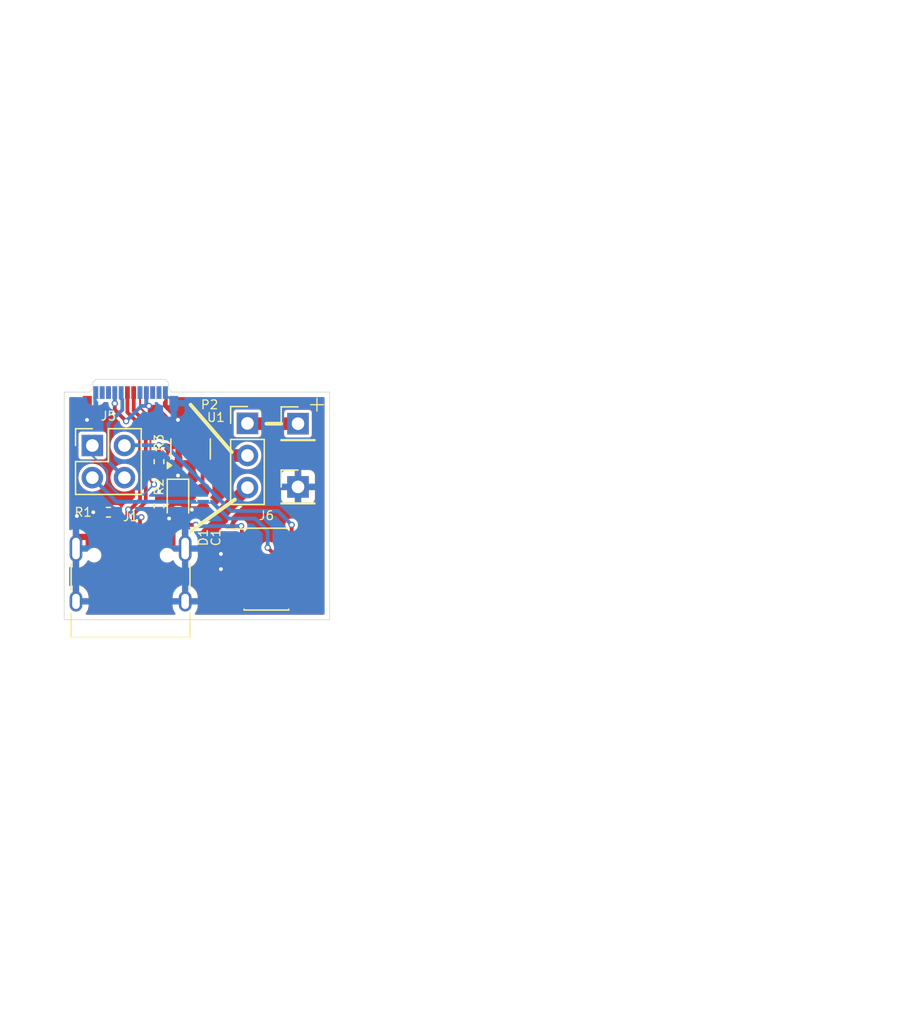
<source format=kicad_pcb>
(kicad_pcb (version 20240108) (generator "pcbnew") (generator_version "8.0")
  (title_block (title "Sitina 1 USBC Breakout") (date "2024-05-09") (rev "R0.9") (company "Copyright 2024 Wenting Zhang"))
  (layers (0 "F.Cu" signal) (31 "B.Cu" signal) (34 "B.Paste" user) (35 "F.Paste" user) (36 "B.SilkS" user "B.Silkscreen") (37 "F.SilkS" user "F.Silkscreen") (38 "B.Mask" user) (39 "F.Mask" user) (44 "Edge.Cuts" user))
  (net 0 "")
  (net 1 "+3V3")
  (net 2 "GND")
  (net 3 "Net-(D1-A)")
  (net 4 "/SRC_VBUS")
  (net 5 "/USB_DN")
  (net 6 "/USB_DP")
  (net 8 "Net-(J1-CC1)")
  (net 10 "Net-(J1-CC2)")
  (net 11 "/EXT_VBUS")
  (net 12 "/TGT_VBUS")
  (net 13 "/SRC_SBU1")
  (net 14 "/TGT_SBU2")
  (net 15 "/TGT_SBU1")
  (net 16 "/SRC_SBU2")
  (footprint "Connector_USB:USB_C_Plug_Molex_105444" (layer "F.Cu") (at 112.75 92)
    (property "Reference" "P2" (at 6.25 1 0) (layer "F.SilkS") (effects (font (size 0.7 0.7) (thickness 0.1))))
    (property "Value" "USB_C_Plug")
    (pad "A1" smd rect (at -2.75 0.04) (size 0.38 1) (layers "F.Cu" "F.Paste" "F.Mask") (net 2 "GND"))
    (pad "A2" smd rect (at -2.25 0.04) (size 0.38 1) (layers "F.Cu" "F.Paste" "F.Mask"))
    (pad "A3" smd rect (at -1.75 0.04) (size 0.38 1) (layers "F.Cu" "F.Paste" "F.Mask"))
    (pad "A4" smd rect (at -1.25 0.04) (size 0.38 1) (layers "F.Cu" "F.Paste" "F.Mask") (net 12 "/TGT_VBUS"))
    (pad "A5" smd rect (at -0.75 0.04) (size 0.38 1) (layers "F.Cu" "F.Paste" "F.Mask"))
    (pad "A6" smd rect (at -0.25 0.04) (size 0.38 1) (layers "F.Cu" "F.Paste" "F.Mask") (net 6 "/USB_DP"))
    (pad "A7" smd rect (at 0.25 0.04) (size 0.38 1) (layers "F.Cu" "F.Paste" "F.Mask") (net 5 "/USB_DN"))
    (pad "A8" smd rect (at 0.75 0.04) (size 0.38 1) (layers "F.Cu" "F.Paste" "F.Mask") (net 15 "/TGT_SBU1"))
    (pad "A9" smd rect (at 1.25 0.04) (size 0.38 1) (layers "F.Cu" "F.Paste" "F.Mask") (net 12 "/TGT_VBUS"))
    (pad "A10" smd rect (at 1.75 0.04) (size 0.38 1) (layers "F.Cu" "F.Paste" "F.Mask"))
    (pad "A11" smd rect (at 2.25 0.04) (size 0.38 1) (layers "F.Cu" "F.Paste" "F.Mask"))
    (pad "A12" smd rect (at 2.75 0.04) (size 0.38 1) (layers "F.Cu" "F.Paste" "F.Mask") (net 2 "GND"))
    (pad "B1" smd rect (at 2.75 0.04) (size 0.38 1) (layers "B.Cu" "B.Paste" "B.Mask") (net 2 "GND"))
    (pad "B2" smd rect (at 2.25 0.04) (size 0.38 1) (layers "B.Cu" "B.Paste" "B.Mask"))
    (pad "B3" smd rect (at 1.75 0.04) (size 0.38 1) (layers "B.Cu" "B.Paste" "B.Mask"))
    (pad "B4" smd rect (at 1.25 0.04) (size 0.38 1) (layers "B.Cu" "B.Paste" "B.Mask") (net 12 "/TGT_VBUS"))
    (pad "B5" smd rect (at 0.75 0.04) (size 0.38 1) (layers "B.Cu" "B.Paste" "B.Mask"))
    (pad "B8" smd rect (at -0.75 0.04) (size 0.38 1) (layers "B.Cu" "B.Paste" "B.Mask") (net 14 "/TGT_SBU2"))
    (pad "B9" smd rect (at -1.25 0.04) (size 0.38 1) (layers "B.Cu" "B.Paste" "B.Mask") (net 12 "/TGT_VBUS"))
    (pad "B10" smd rect (at -1.75 0.04) (size 0.38 1) (layers "B.Cu" "B.Paste" "B.Mask"))
    (pad "B11" smd rect (at -2.25 0.04) (size 0.38 1) (layers "B.Cu" "B.Paste" "B.Mask"))
    (pad "B12" smd rect (at -2.75 0.04) (size 0.38 1) (layers "B.Cu" "B.Paste" "B.Mask") (net 2 "GND"))
    (pad "S1" smd rect (at -3.42 0.88) (size 0.7 1.15) (layers "F.Cu" "F.Paste" "F.Mask") (net 2 "GND"))
    (pad "S1" smd rect (at 3.42 0.88) (size 0.7 1.15) (layers "B.Cu" "B.Paste" "B.Mask") (net 2 "GND"))
  )
  (footprint "Connector_PinHeader_1.27mm:PinHeader_2x05_P1.27mm_Vertical_SMD" (layer "F.Cu") (at 123.5 106)
    (property "Reference" "J6" (at 0 -4.235 0) (layer "F.SilkS") (effects (font (size 0.7 0.7) (thickness 0.1))))
    (property "Value" "Conn_02x05_Odd_Even")
    (fp_line (start -3.09 -3.17) (end -1.765 -3.17) (stroke (width 0.12)) (layer "F.SilkS"))
    (fp_line (start -1.765 -3.235) (end -1.765 -3.17) (stroke (width 0.12)) (layer "F.SilkS"))
    (fp_line (start -1.765 -3.235) (end 1.765 -3.235) (stroke (width 0.12)) (layer "F.SilkS"))
    (fp_line (start -1.765 3.17) (end -1.765 3.235) (stroke (width 0.12)) (layer "F.SilkS"))
    (fp_line (start -1.765 3.235) (end 1.765 3.235) (stroke (width 0.12)) (layer "F.SilkS"))
    (fp_line (start 1.765 -3.235) (end 1.765 -3.17) (stroke (width 0.12)) (layer "F.SilkS"))
    (fp_line (start 1.765 3.17) (end 1.765 3.235) (stroke (width 0.12)) (layer "F.SilkS"))
    (pad "1" smd rect (at -1.95 -2.54) (size 2.4 0.74) (layers "F.Cu" "F.Paste" "F.Mask") (net 3 "Net-(D1-A)"))
    (pad "2" smd rect (at 1.95 -2.54) (size 2.4 0.74) (layers "F.Cu" "F.Paste" "F.Mask") (net 13 "/SRC_SBU1"))
    (pad "3" smd rect (at -1.95 -1.27) (size 2.4 0.74) (layers "F.Cu" "F.Paste" "F.Mask") (net 2 "GND"))
    (pad "4" smd rect (at 1.95 -1.27) (size 2.4 0.74) (layers "F.Cu" "F.Paste" "F.Mask") (net 16 "/SRC_SBU2"))
    (pad "5" smd rect (at -1.95 0) (size 2.4 0.74) (layers "F.Cu" "F.Paste" "F.Mask") (net 2 "GND"))
    (pad "6" smd rect (at 1.95 0) (size 2.4 0.74) (layers "F.Cu" "F.Paste" "F.Mask"))
    (pad "7" smd rect (at -1.95 1.27) (size 2.4 0.74) (layers "F.Cu" "F.Paste" "F.Mask"))
    (pad "8" smd rect (at 1.95 1.27) (size 2.4 0.74) (layers "F.Cu" "F.Paste" "F.Mask"))
    (pad "9" smd rect (at -1.95 2.54) (size 2.4 0.74) (layers "F.Cu" "F.Paste" "F.Mask"))
    (pad "10" smd rect (at 1.95 2.54) (size 2.4 0.74) (layers "F.Cu" "F.Paste" "F.Mask"))
  )
  (footprint "Connector_PinHeader_2.54mm:PinHeader_1x01_P2.54mm_Vertical" (layer "F.Cu") (at 126 99.5)
    (property "Reference" "J3" (hide yes))
    (property "Value" "Conn_01x01")
    (fp_line (start -1.33 -1.33) (end 0 -1.33) (stroke (width 0.12)) (layer "F.SilkS"))
    (fp_line (start -1.33 0) (end -1.33 -1.33) (stroke (width 0.12)) (layer "F.SilkS"))
    (fp_line (start -1.33 1.27) (end -1.33 1.33) (stroke (width 0.12)) (layer "F.SilkS"))
    (fp_line (start -1.33 1.27) (end 1.33 1.27) (stroke (width 0.12)) (layer "F.SilkS"))
    (fp_line (start -1.33 1.33) (end 1.33 1.33) (stroke (width 0.12)) (layer "F.SilkS"))
    (fp_line (start 1.33 1.27) (end 1.33 1.33) (stroke (width 0.12)) (layer "F.SilkS"))
    (pad "1" thru_hole rect (at 0 0) (size 1.7 1.7) (drill 1) (layers "*.Cu" "*.Mask") (net 2 "GND"))
  )
  (footprint "Package_TO_SOT_SMD:SOT-23-3" (layer "F.Cu") (at 117.5 96.5 90)
    (property "Reference" "U1" (at 2.5 2 0) (layer "F.SilkS") (effects (font (size 0.7 0.7) (thickness 0.1))))
    (property "Value" "XC6206PxxxMR")
    (fp_line (start 0 -1.56) (end 0.8 -1.56) (stroke (width 0.12)) (layer "F.SilkS"))
    (fp_line (start 0 -1.56) (end -0.8 -1.56) (stroke (width 0.12)) (layer "F.SilkS"))
    (fp_line (start 0 1.56) (end 0.8 1.56) (stroke (width 0.12)) (layer "F.SilkS"))
    (fp_line (start 0 1.56) (end -0.8 1.56) (stroke (width 0.12)) (layer "F.SilkS"))
    (fp_poly (pts (xy -1.3 -1.51) (xy -1.54 -1.84) (xy -1.06 -1.84) (xy -1.3 -1.51)) (stroke (width 0.12)) (fill solid) (layer "F.SilkS"))
    (pad "1" smd roundrect (at -1.1375 -0.95 90) (size 1.325 0.6) (layers "F.Cu" "F.Paste" "F.Mask") (net 2 "GND"))
    (pad "2" smd roundrect (at -1.1375 0.95 90) (size 1.325 0.6) (layers "F.Cu" "F.Paste" "F.Mask") (net 1 "+3V3"))
    (pad "3" smd roundrect (at 1.1375 0 90) (size 1.325 0.6) (layers "F.Cu" "F.Paste" "F.Mask") (net 12 "/TGT_VBUS"))
  )
  (footprint "Connector_PinHeader_2.54mm:PinHeader_1x01_P2.54mm_Vertical" (layer "F.Cu") (at 126 94.5)
    (property "Reference" "J2" (hide yes))
    (property "Value" "Conn_01x01")
    (fp_line (start -1.33 -1.33) (end 0 -1.33) (stroke (width 0.12)) (layer "F.SilkS"))
    (fp_line (start -1.33 0) (end -1.33 -1.33) (stroke (width 0.12)) (layer "F.SilkS"))
    (fp_line (start -1.33 1.27) (end -1.33 1.33) (stroke (width 0.12)) (layer "F.SilkS"))
    (fp_line (start -1.33 1.27) (end 1.33 1.27) (stroke (width 0.12)) (layer "F.SilkS"))
    (fp_line (start -1.33 1.33) (end 1.33 1.33) (stroke (width 0.12)) (layer "F.SilkS"))
    (fp_line (start 1.33 1.27) (end 1.33 1.33) (stroke (width 0.12)) (layer "F.SilkS"))
    (pad "1" thru_hole rect (at 0 0) (size 1.7 1.7) (drill 1) (layers "*.Cu" "*.Mask") (net 11 "/EXT_VBUS"))
  )
  (footprint "Diode_SMD:D_SOD-323" (layer "F.Cu") (at 116.5 100.5 -90)
    (property "Reference" "D1" (at 3 -2 90) (layer "F.SilkS") (effects (font (size 0.7 0.7) (thickness 0.1))))
    (property "Value" "B0540W")
    (fp_line (start -1.61 0.85) (end 1.05 0.85) (stroke (width 0.12)) (layer "F.SilkS"))
    (fp_line (start -1.61 -0.85) (end -1.61 0.85) (stroke (width 0.12)) (layer "F.SilkS"))
    (fp_line (start -1.61 -0.85) (end 1.05 -0.85) (stroke (width 0.12)) (layer "F.SilkS"))
    (pad "1" smd roundrect (at -1.05 0 270) (size 0.6 0.45) (layers "F.Cu" "F.Paste" "F.Mask") (net 1 "+3V3"))
    (pad "2" smd roundrect (at 1.05 0 270) (size 0.6 0.45) (layers "F.Cu" "F.Paste" "F.Mask") (net 3 "Net-(D1-A)"))
  )
  (footprint "Connector_USB:USB_C_Receptacle_HRO_TYPE-C-31-M-12" (layer "F.Cu") (at 112.75 107.5)
    (property "Reference" "J1" (at 0 -5.645 0) (layer "F.SilkS") (effects (font (size 0.7 0.7) (thickness 0.1))))
    (property "Value" "USB_C_Receptacle_USB2.0")
    (fp_line (start -4.7 -1.9) (end -4.7 0.1) (stroke (width 0.12)) (layer "F.SilkS"))
    (fp_line (start -4.7 2) (end -4.7 3.9) (stroke (width 0.12)) (layer "F.SilkS"))
    (fp_line (start -4.7 3.9) (end 4.7 3.9) (stroke (width 0.12)) (layer "F.SilkS"))
    (fp_line (start 4.7 -1.9) (end 4.7 0.1) (stroke (width 0.12)) (layer "F.SilkS"))
    (fp_line (start 4.7 2) (end 4.7 3.9) (stroke (width 0.12)) (layer "F.SilkS"))
    (pad "" np_thru_hole circle (at -2.89 -2.6) (size 0.65 0.65) (drill 0.65) (layers "*.Cu" "*.Mask"))
    (pad "" np_thru_hole circle (at 2.89 -2.6) (size 0.65 0.65) (drill 0.65) (layers "*.Cu" "*.Mask"))
    (pad "A1" smd rect (at -3.25 -4.045) (size 0.6 1.45) (layers "F.Cu" "F.Paste" "F.Mask") (net 2 "GND"))
    (pad "A4" smd rect (at -2.45 -4.045) (size 0.6 1.45) (layers "F.Cu" "F.Paste" "F.Mask") (net 4 "/SRC_VBUS"))
    (pad "A5" smd rect (at -1.25 -4.045) (size 0.3 1.45) (layers "F.Cu" "F.Paste" "F.Mask") (net 8 "Net-(J1-CC1)"))
    (pad "A6" smd rect (at -0.25 -4.045) (size 0.3 1.45) (layers "F.Cu" "F.Paste" "F.Mask") (net 6 "/USB_DP"))
    (pad "A7" smd rect (at 0.25 -4.045) (size 0.3 1.45) (layers "F.Cu" "F.Paste" "F.Mask") (net 5 "/USB_DN"))
    (pad "A8" smd rect (at 1.25 -4.045) (size 0.3 1.45) (layers "F.Cu" "F.Paste" "F.Mask"))
    (pad "A9" smd rect (at 2.45 -4.045) (size 0.6 1.45) (layers "F.Cu" "F.Paste" "F.Mask") (net 4 "/SRC_VBUS"))
    (pad "A12" smd rect (at 3.25 -4.045) (size 0.6 1.45) (layers "F.Cu" "F.Paste" "F.Mask") (net 2 "GND"))
    (pad "B1" smd rect (at 3.25 -4.045) (size 0.6 1.45) (layers "F.Cu" "F.Paste" "F.Mask") (net 2 "GND"))
    (pad "B4" smd rect (at 2.45 -4.045) (size 0.6 1.45) (layers "F.Cu" "F.Paste" "F.Mask") (net 4 "/SRC_VBUS"))
    (pad "B5" smd rect (at 1.75 -4.045) (size 0.3 1.45) (layers "F.Cu" "F.Paste" "F.Mask") (net 10 "Net-(J1-CC2)"))
    (pad "B6" smd rect (at 0.75 -4.045) (size 0.3 1.45) (layers "F.Cu" "F.Paste" "F.Mask") (net 6 "/USB_DP"))
    (pad "B7" smd rect (at -0.75 -4.045) (size 0.3 1.45) (layers "F.Cu" "F.Paste" "F.Mask") (net 5 "/USB_DN"))
    (pad "B8" smd rect (at -1.75 -4.045) (size 0.3 1.45) (layers "F.Cu" "F.Paste" "F.Mask"))
    (pad "B9" smd rect (at -2.45 -4.045) (size 0.6 1.45) (layers "F.Cu" "F.Paste" "F.Mask") (net 4 "/SRC_VBUS"))
    (pad "B12" smd rect (at -3.25 -4.045) (size 0.6 1.45) (layers "F.Cu" "F.Paste" "F.Mask") (net 2 "GND"))
    (pad "S1" thru_hole oval (at -4.32 -3.13) (size 1 2.1) (drill oval 0.6 1.7) (layers "*.Cu" "*.Mask") (net 2 "GND"))
    (pad "S1" thru_hole oval (at -4.32 1.05) (size 1 1.6) (drill oval 0.6 1.2) (layers "*.Cu" "*.Mask") (net 2 "GND"))
    (pad "S1" thru_hole oval (at 4.32 -3.13) (size 1 2.1) (drill oval 0.6 1.7) (layers "*.Cu" "*.Mask") (net 2 "GND"))
    (pad "S1" thru_hole oval (at 4.32 1.05) (size 1 1.6) (drill oval 0.6 1.2) (layers "*.Cu" "*.Mask") (net 2 "GND"))
  )
  (footprint "Resistor_SMD:R_0402_1005Metric" (layer "F.Cu") (at 115 97.5 90)
    (property "Reference" "R3" (at 1.5 0 90) (layer "F.SilkS") (effects (font (size 0.7 0.7) (thickness 0.1))))
    (property "Value" "10K")
    (fp_line (start -0.153641 -0.38) (end 0.153641 -0.38) (stroke (width 0.12)) (layer "F.SilkS"))
    (fp_line (start -0.153641 0.38) (end 0.153641 0.38) (stroke (width 0.12)) (layer "F.SilkS"))
    (pad "1" smd roundrect (at -0.51 0 90) (size 0.54 0.64) (layers "F.Cu" "F.Paste" "F.Mask") (net 1 "+3V3"))
    (pad "2" smd roundrect (at 0.51 0 90) (size 0.54 0.64) (layers "F.Cu" "F.Paste" "F.Mask") (net 13 "/SRC_SBU1"))
  )
  (footprint "Resistor_SMD:R_0402_1005Metric" (layer "F.Cu") (at 115 101 -90)
    (property "Reference" "R2" (at -1.5 0 90) (layer "F.SilkS") (effects (font (size 0.7 0.7) (thickness 0.1))))
    (property "Value" "5.1K")
    (fp_line (start -0.153641 0.38) (end 0.153641 0.38) (stroke (width 0.12)) (layer "F.SilkS"))
    (fp_line (start -0.153641 -0.38) (end 0.153641 -0.38) (stroke (width 0.12)) (layer "F.SilkS"))
    (pad "1" smd roundrect (at -0.51 0 270) (size 0.54 0.64) (layers "F.Cu" "F.Paste" "F.Mask") (net 2 "GND"))
    (pad "2" smd roundrect (at 0.51 0 270) (size 0.54 0.64) (layers "F.Cu" "F.Paste" "F.Mask") (net 10 "Net-(J1-CC2)"))
  )
  (footprint "Resistor_SMD:R_0402_1005Metric" (layer "F.Cu") (at 111 101.5)
    (property "Reference" "R1" (at -2 0 0) (layer "F.SilkS") (effects (font (size 0.7 0.7) (thickness 0.1))))
    (property "Value" "5.1K")
    (fp_line (start -0.153641 -0.38) (end 0.153641 -0.38) (stroke (width 0.12)) (layer "F.SilkS"))
    (fp_line (start -0.153641 0.38) (end 0.153641 0.38) (stroke (width 0.12)) (layer "F.SilkS"))
    (pad "1" smd roundrect (at -0.51 0) (size 0.54 0.64) (layers "F.Cu" "F.Paste" "F.Mask") (net 2 "GND"))
    (pad "2" smd roundrect (at 0.51 0) (size 0.54 0.64) (layers "F.Cu" "F.Paste" "F.Mask") (net 8 "Net-(J1-CC1)"))
  )
  (footprint "Connector_PinHeader_2.54mm:PinHeader_1x03_P2.54mm_Vertical" (layer "F.Cu") (at 122 94.475)
    (property "Reference" "J4" (hide yes))
    (property "Value" "Conn_01x03")
    (fp_line (start -1.33 -1.33) (end 0 -1.33) (stroke (width 0.12)) (layer "F.SilkS"))
    (fp_line (start -1.33 0) (end -1.33 -1.33) (stroke (width 0.12)) (layer "F.SilkS"))
    (fp_line (start -1.33 1.27) (end -1.33 6.41) (stroke (width 0.12)) (layer "F.SilkS"))
    (fp_line (start -1.33 1.27) (end 1.33 1.27) (stroke (width 0.12)) (layer "F.SilkS"))
    (fp_line (start -1.33 6.41) (end 1.33 6.41) (stroke (width 0.12)) (layer "F.SilkS"))
    (fp_line (start 1.33 1.27) (end 1.33 6.41) (stroke (width 0.12)) (layer "F.SilkS"))
    (pad "1" thru_hole rect (at 0 0) (size 1.7 1.7) (drill 1) (layers "*.Cu" "*.Mask") (net 11 "/EXT_VBUS"))
    (pad "2" thru_hole oval (at 0 2.54) (size 1.7 1.7) (drill 1) (layers "*.Cu" "*.Mask") (net 12 "/TGT_VBUS"))
    (pad "3" thru_hole oval (at 0 5.08) (size 1.7 1.7) (drill 1) (layers "*.Cu" "*.Mask") (net 4 "/SRC_VBUS"))
  )
  (footprint "Capacitor_SMD:C_0603_1608Metric" (layer "F.Cu") (at 118.5 100.5 -90)
    (property "Reference" "C1" (at 3 -1 90) (layer "F.SilkS") (effects (font (size 0.7 0.7) (thickness 0.1))))
    (property "Value" "1uF")
    (fp_line (start -0.14058 0.51) (end 0.14058 0.51) (stroke (width 0.12)) (layer "F.SilkS"))
    (fp_line (start -0.14058 -0.51) (end 0.14058 -0.51) (stroke (width 0.12)) (layer "F.SilkS"))
    (pad "1" smd roundrect (at -0.775 0 270) (size 0.9 0.95) (layers "F.Cu" "F.Paste" "F.Mask") (net 1 "+3V3"))
    (pad "2" smd roundrect (at 0.775 0 270) (size 0.9 0.95) (layers "F.Cu" "F.Paste" "F.Mask") (net 2 "GND"))
  )
  (footprint "Connector_PinHeader_2.54mm:PinHeader_2x02_P2.54mm_Vertical" (layer "F.Cu") (at 109.725 96.225)
    (property "Reference" "J5" (at 1.27 -2.33 0) (layer "F.SilkS") (effects (font (size 0.7 0.7) (thickness 0.1))))
    (property "Value" "Conn_02x02_Odd_Even")
    (fp_line (start -1.33 -1.33) (end 0 -1.33) (stroke (width 0.12)) (layer "F.SilkS"))
    (fp_line (start -1.33 0) (end -1.33 -1.33) (stroke (width 0.12)) (layer "F.SilkS"))
    (fp_line (start -1.33 1.27) (end -1.33 3.87) (stroke (width 0.12)) (layer "F.SilkS"))
    (fp_line (start -1.33 1.27) (end 1.27 1.27) (stroke (width 0.12)) (layer "F.SilkS"))
    (fp_line (start -1.33 3.87) (end 3.87 3.87) (stroke (width 0.12)) (layer "F.SilkS"))
    (fp_line (start 1.27 -1.33) (end 3.87 -1.33) (stroke (width 0.12)) (layer "F.SilkS"))
    (fp_line (start 1.27 1.27) (end 1.27 -1.33) (stroke (width 0.12)) (layer "F.SilkS"))
    (fp_line (start 3.87 -1.33) (end 3.87 3.87) (stroke (width 0.12)) (layer "F.SilkS"))
    (pad "1" thru_hole rect (at 0 0) (size 1.7 1.7) (drill 1) (layers "*.Cu" "*.Mask") (net 15 "/TGT_SBU1"))
    (pad "2" thru_hole oval (at 2.54 0) (size 1.7 1.7) (drill 1) (layers "*.Cu" "*.Mask") (net 13 "/SRC_SBU1"))
    (pad "3" thru_hole oval (at 0 2.54) (size 1.7 1.7) (drill 1) (layers "*.Cu" "*.Mask") (net 16 "/SRC_SBU2"))
    (pad "4" thru_hole oval (at 2.54 2.54) (size 1.7 1.7) (drill 1) (layers "*.Cu" "*.Mask") (net 14 "/TGT_SBU2"))
  )
  (gr_line (start 127 93) (end 128 93) (stroke (width 0.1)) (layer "F.SilkS"))
  (gr_line (start 117.5 103) (end 121 100.5) (stroke (width 0.3)) (layer "F.SilkS"))
  (gr_line (start 127.5 92.5) (end 127.5 93.5) (stroke (width 0.1)) (layer "F.SilkS"))
  (gr_line (start 120.75 96.75) (end 117.5 93) (stroke (width 0.3)) (layer "F.SilkS"))
  (gr_line (start 123.5 94.5) (end 124.67 94.5) (stroke (width 0.3)) (layer "F.SilkS"))
  (gr_line (start 116 92) (end 128.5 92) (stroke (width 0.05)) (layer "Edge.Cuts"))
  (gr_line (start 128.5 110) (end 107.5 110) (stroke (width 0.05)) (layer "Edge.Cuts"))
  (gr_line (start 109.5 92) (end 109.75 91.75) (stroke (width 0.05)) (layer "Edge.Cuts"))
  (gr_line (start 109.75 91.75) (end 109.75 91.25) (stroke (width 0.05)) (layer "Edge.Cuts"))
  (gr_line (start 109.75 91.25) (end 110 91) (stroke (width 0.05)) (layer "Edge.Cuts"))
  (gr_line (start 110 91) (end 115.5 91) (stroke (width 0.05)) (layer "Edge.Cuts"))
  (gr_line (start 115.75 91.75) (end 116 92) (stroke (width 0.05)) (layer "Edge.Cuts"))
  (gr_line (start 107.5 110) (end 107.5 92) (stroke (width 0.05)) (layer "Edge.Cuts"))
  (gr_line (start 115.75 91.25) (end 115.75 91.75) (stroke (width 0.05)) (layer "Edge.Cuts"))
  (gr_line (start 107.5 92) (end 109.5 92) (stroke (width 0.05)) (layer "Edge.Cuts"))
  (gr_line (start 128.5 92) (end 128.5 110) (stroke (width 0.05)) (layer "Edge.Cuts"))
  (gr_line (start 115.5 91) (end 115.75 91.25) (stroke (width 0.05)) (layer "Edge.Cuts"))
  (segment (start 118.5 99.725) (end 116.775 99.725) (width 0.3) (layer "F.Cu") (net 1))
  (segment (start 118.45 97.6375) (end 118.45 99.675) (width 0.3) (layer "F.Cu") (net 1))
  (segment (start 116.775 99.725) (end 116.5 99.45) (width 0.3) (layer "F.Cu") (net 1))
  (segment (start 118.45 99.675) (end 118.5 99.725) (width 0.3) (layer "F.Cu") (net 1))
  (segment (start 115 98.01) (end 115.06 98.01) (width 0.3) (layer "F.Cu") (net 1))
  (segment (start 115.06 98.01) (end 116.5 99.45) (width 0.3) (layer "F.Cu") (net 1))
  (segment (start 110.49 101.5) (end 109.8 101.5) (width 0.3) (layer "F.Cu") (net 2))
  (segment (start 109.5 102.2) (end 109.3 102) (width 0.15) (layer "F.Cu") (net 2))
  (segment (start 121.55 104.73) (end 119.97 104.73) (width 0.15) (layer "F.Cu") (net 2))
  (segment (start 117.625 101.275) (end 117.6 101.3) (width 0.3) (layer "F.Cu") (net 2))
  (segment (start 116 103.455) (end 116 102.2) (width 0.15) (layer "F.Cu") (net 2))
  (segment (start 109.3 102) (end 109.1 101.8) (width 0.15) (layer "F.Cu") (net 2))
  (segment (start 115 100.49) (end 115 99.9) (width 0.3) (layer "F.Cu") (net 2))
  (segment (start 109.1 101.8) (end 108.5 101.8) (width 0.15) (layer "F.Cu") (net 2))
  (segment (start 109.33 94.17) (end 109.3 94.2) (width 0.15) (layer "F.Cu") (net 2))
  (segment (start 116.55 98.55) (end 116.5 98.6) (width 0.3) (layer "F.Cu") (net 2))
  (segment (start 109.5 103.455) (end 109.5 102.2) (width 0.15) (layer "F.Cu") (net 2))
  (segment (start 119.97 104.73) (end 119.9 104.8) (width 0.15) (layer "F.Cu") (net 2))
  (segment (start 109.33 92.88) (end 109.33 94.17) (width 0.15) (layer "F.Cu") (net 2))
  (segment (start 118.5 101.275) (end 117.625 101.275) (width 0.3) (layer "F.Cu") (net 2))
  (segment (start 121.55 106) (end 119.9 106) (width 0.15) (layer "F.Cu") (net 2))
  (segment (start 116 102.2) (end 115.8 102) (width 0.15) (layer "F.Cu") (net 2))
  (segment (start 116.55 97.6375) (end 116.55 98.55) (width 0.3) (layer "F.Cu") (net 2))
  (via (at 116.5 98.6) (size 0.5) (drill 0.3) (layers "F.Cu" "B.Cu") (net 2))
  (via (at 119.9 106) (size 0.5) (drill 0.3) (layers "F.Cu" "B.Cu") (net 2))
  (via (at 119.9 104.8) (size 0.5) (drill 0.3) (layers "F.Cu" "B.Cu") (net 2))
  (via (at 115.8 102) (size 0.5) (drill 0.3) (layers "F.Cu" "B.Cu") (net 2))
  (via (at 115 99.9) (size 0.5) (drill 0.3) (layers "F.Cu" "B.Cu") (net 2))
  (via (at 109.8 101.5) (size 0.5) (drill 0.3) (layers "F.Cu" "B.Cu") (net 2))
  (via (at 109.3 94.2) (size 0.5) (drill 0.3) (layers "F.Cu" "B.Cu") (net 2))
  (via (at 108.5 101.8) (size 0.5) (drill 0.3) (layers "F.Cu" "B.Cu") (net 2))
  (via (at 117.6 101.3) (size 0.5) (drill 0.3) (layers "F.Cu" "B.Cu") (net 2))
  (via (at 116.5 94.2) (size 0.5) (drill 0.3) (layers "F.Cu" "B.Cu") (net 2))
  (segment (start 116.17 92.88) (end 116.17 93.87) (width 0.15) (layer "B.Cu") (net 2))
  (segment (start 116.17 92.88) (end 116.17 92.841751) (width 0.15) (layer "B.Cu") (net 2))
  (segment (start 116.17 93.87) (end 116.5 94.2) (width 0.15) (layer "B.Cu") (net 2))
  (segment (start 115.525 92.196751) (end 115.434124 92.105876) (width 0.15) (layer "B.Cu") (net 2))
  (segment (start 116.17 92.841751) (end 115.525 92.196751) (width 0.15) (layer "B.Cu") (net 2))
  (segment (start 121.55 102.65) (end 121.5 102.6) (width 0.3) (layer "F.Cu") (net 3))
  (segment (start 117.45 102.5) (end 116.5 101.55) (width 0.3) (layer "F.Cu") (net 3))
  (segment (start 117.9 102.5) (end 117.45 102.5) (width 0.3) (layer "F.Cu") (net 3))
  (segment (start 121.55 103.46) (end 121.55 102.65) (width 0.3) (layer "F.Cu") (net 3))
  (via (at 117.9 102.5) (size 0.5) (drill 0.3) (layers "F.Cu" "B.Cu") (net 3))
  (via (at 121.5 102.6) (size 0.5) (drill 0.3) (layers "F.Cu" "B.Cu") (net 3))
  (segment (start 121.5 102.6) (end 118 102.6) (width 0.3) (layer "B.Cu") (net 3))
  (segment (start 118 102.6) (end 117.9 102.5) (width 0.3) (layer "B.Cu") (net 3))
  (segment (start 117.8 106.4) (end 118.8 105.4) (width 1) (layer "F.Cu") (net 4))
  (segment (start 120 102) (end 120 101.555) (width 1) (layer "F.Cu") (net 4))
  (segment (start 110.3 103.455) (end 110.3 104.3) (width 0.3) (layer "F.Cu") (net 4))
  (segment (start 111.6 105.6) (end 113.9 105.6) (width 1) (layer "F.Cu") (net 4))
  (segment (start 111 105) (end 111.6 105.6) (width 1) (layer "F.Cu") (net 4))
  (segment (start 113.9 105.6) (end 114.7 106.4) (width 1) (layer "F.Cu") (net 4))
  (segment (start 120 101.555) (end 122 99.555) (width 1) (layer "F.Cu") (net 4))
  (segment (start 114.7 106.4) (end 117.8 106.4) (width 1) (layer "F.Cu") (net 4))
  (segment (start 115.2 104.314695) (end 114.514695 105) (width 0.3) (layer "F.Cu") (net 4))
  (segment (start 118.8 103.2) (end 120 102) (width 1) (layer "F.Cu") (net 4))
  (segment (start 118.8 105.4) (end 118.8 103.2) (width 1) (layer "F.Cu") (net 4))
  (segment (start 115.2 103.455) (end 115.2 104.314695) (width 0.3) (layer "F.Cu") (net 4))
  (segment (start 114.5 105) (end 114.514695 105) (width 0.3) (layer "F.Cu") (net 4))
  (segment (start 113.9 105.6) (end 114.5 105) (width 1) (layer "F.Cu") (net 4))
  (segment (start 110.3 104.3) (end 111 105) (width 0.3) (layer "F.Cu") (net 4))
  (segment (start 112 103.455) (end 112 104.5) (width 0.3) (layer "F.Cu") (net 5))
  (segment (start 113 104.5) (end 113 103.455) (width 0.3) (layer "F.Cu") (net 5))
  (segment (start 113.95 94.413604) (end 113.95 100.686396) (width 0.3) (layer "F.Cu") (net 5))
  (segment (start 112 104.5) (end 112.2 104.7) (width 0.3) (layer "F.Cu") (net 5))
  (segment (start 112.2 104.7) (end 112.8 104.7) (width 0.3) (layer "F.Cu") (net 5))
  (segment (start 113 92.04) (end 113 93.463604) (width 0.3) (layer "F.Cu") (net 5))
  (segment (start 113.95 100.686396) (end 113 101.636396) (width 0.3) (layer "F.Cu") (net 5))
  (segment (start 112.8 104.7) (end 113 104.5) (width 0.3) (layer "F.Cu") (net 5))
  (segment (start 113 93.463604) (end 113.95 94.413604) (width 0.3) (layer "F.Cu") (net 5))
  (segment (start 113 101.636396) (end 113 103.455) (width 0.3) (layer "F.Cu") (net 5))
  (segment (start 112.5 103.455) (end 112.5 101.5) (width 0.3) (layer "F.Cu") (net 6))
  (segment (start 112.5 93.6) (end 112.5 92.04) (width 0.3) (layer "F.Cu") (net 6))
  (segment (start 112.574342 101.425658) (end 112.574342 101.288091) (width 0.3) (layer "F.Cu") (net 6))
  (segment (start 113.5 100.5) (end 113.5 94.6) (width 0.3) (layer "F.Cu") (net 6))
  (segment (start 112.5 101.5) (end 112.574342 101.425658) (width 0.3) (layer "F.Cu") (net 6))
  (segment (start 112.5 101.5) (end 113.5 100.5) (width 0.3) (layer "F.Cu") (net 6))
  (segment (start 113.5 103.455) (end 113.5 102) (width 0.3) (layer "F.Cu") (net 6))
  (segment (start 113.5 94.6) (end 112.5 93.6) (width 0.3) (layer "F.Cu") (net 6))
  (segment (start 113.5 102) (end 113.6 101.9) (width 0.3) (layer "F.Cu") (net 6))
  (via (at 112.574342 101.288091) (size 0.5) (drill 0.3) (layers "F.Cu" "B.Cu") (net 6))
  (via (at 113.6 101.9) (size 0.5) (drill 0.3) (layers "F.Cu" "B.Cu") (net 6))
  (segment (start 113.6 101.9) (end 113.186251 101.9) (width 0.3) (layer "B.Cu") (net 6))
  (segment (start 113.186251 101.9) (end 112.574342 101.288091) (width 0.3) (layer "B.Cu") (net 6))
  (segment (start 111.5 101.51) (end 111.51 101.5) (width 0.3) (layer "F.Cu") (net 8))
  (segment (start 111.5 103.455) (end 111.5 101.51) (width 0.3) (layer "F.Cu") (net 8))
  (segment (start 114.5 102.01) (end 115 101.51) (width 0.3) (layer "F.Cu") (net 10))
  (segment (start 114.5 103.455) (end 114.5 102.01) (width 0.3) (layer "F.Cu") (net 10))
  (segment (start 122.025 94.5) (end 122 94.475) (width 1) (layer "F.Cu") (net 11))
  (segment (start 126 94.5) (end 122.025 94.5) (width 1) (layer "F.Cu") (net 11))
  (segment (start 119.2 95.7) (end 117.8375 95.7) (width 1) (layer "F.Cu") (net 12))
  (segment (start 117.8375 95.7) (end 117.5 95.3625) (width 1) (layer "F.Cu") (net 12))
  (segment (start 114.2 93.1) (end 114.6 93.5) (width 0.3) (layer "F.Cu") (net 12))
  (segment (start 120.515 97.015) (end 119.2 95.7) (width 1) (layer "F.Cu") (net 12))
  (segment (start 115.93429 95.3625) (end 115.361517 94.789727) (width 1) (layer "F.Cu") (net 12))
  (segment (start 117.5 95.3625) (end 115.93429 95.3625) (width 1) (layer "F.Cu") (net 12))
  (segment (start 114 92.9) (end 114.2 93.1) (width 0.3) (layer "F.Cu") (net 12))
  (segment (start 112.4 94.3) (end 111.5 93.4) (width 0.3) (layer "F.Cu") (net 12))
  (segment (start 115.361517 94.261517) (end 114.6 93.5) (width 1) (layer "F.Cu") (net 12))
  (segment (start 122 97.015) (end 120.515 97.015) (width 1) (layer "F.Cu") (net 12))
  (segment (start 114 92.04) (end 114 92.9) (width 0.3) (layer "F.Cu") (net 12))
  (segment (start 111.5 92.9) (end 111.5 92.04) (width 0.3) (layer "F.Cu") (net 12))
  (segment (start 111.5 93.4) (end 111.5 92.9) (width 0.3) (layer "F.Cu") (net 12))
  (segment (start 115.361517 94.789727) (end 115.361517 94.261517) (width 1) (layer "F.Cu") (net 12))
  (via (at 111.5 92.9) (size 0.5) (drill 0.3) (layers "F.Cu" "B.Cu") (net 12))
  (via (at 114.2 93.1) (size 0.5) (drill 0.3) (layers "F.Cu" "B.Cu") (net 12))
  (via (at 112.4 94.3) (size 0.5) (drill 0.3) (layers "F.Cu" "B.Cu") (net 12))
  (segment (start 111.5 92.04) (end 111.5 92.9) (width 0.3) (layer "B.Cu") (net 12))
  (segment (start 114 92.04) (end 114 92.9) (width 0.3) (layer "B.Cu") (net 12))
  (segment (start 113.6 93.1) (end 114.2 93.1) (width 0.3) (layer "B.Cu") (net 12))
  (segment (start 112.4 94.3) (end 113.6 93.1) (width 0.3) (layer "B.Cu") (net 12))
  (segment (start 114 92.9) (end 114.2 93.1) (width 0.3) (layer "B.Cu") (net 12))
  (segment (start 125.5 102.5) (end 125.5 103.41) (width 0.3) (layer "F.Cu") (net 13))
  (segment (start 125.5 103.41) (end 125.45 103.46) (width 0.3) (layer "F.Cu") (net 13))
  (segment (start 115 96.99) (end 115 96.2) (width 0.3) (layer "F.Cu") (net 13))
  (via (at 115 96.2) (size 0.5) (drill 0.3) (layers "F.Cu" "B.Cu") (net 13))
  (via (at 125.5 102.5) (size 0.5) (drill 0.3) (layers "F.Cu" "B.Cu") (net 13))
  (segment (start 112.29 96.2) (end 112.265 96.225) (width 0.3) (layer "B.Cu") (net 13))
  (segment (start 115 96.2) (end 112.29 96.2) (width 0.3) (layer "B.Cu") (net 13))
  (segment (start 115 96.2) (end 115.5 96.2) (width 0.3) (layer "B.Cu") (net 13))
  (segment (start 124.4 101.4) (end 125.5 102.5) (width 0.3) (layer "B.Cu") (net 13))
  (segment (start 115.5 96.2) (end 120.7 101.4) (width 0.3) (layer "B.Cu") (net 13))
  (segment (start 120.7 101.4) (end 124.4 101.4) (width 0.3) (layer "B.Cu") (net 13))
  (segment (start 112 92.04) (end 112 92.5) (width 0.3) (layer "B.Cu") (net 14))
  (segment (start 112 92.5) (end 112.1 92.6) (width 0.3) (layer "B.Cu") (net 14))
  (segment (start 111 94.5) (end 111 97.5) (width 0.3) (layer "B.Cu") (net 14))
  (segment (start 111 97.5) (end 112.265 98.765) (width 0.3) (layer "B.Cu") (net 14))
  (segment (start 112.1 92.6) (end 112.1 93.4) (width 0.3) (layer "B.Cu") (net 14))
  (segment (start 112.1 93.4) (end 111 94.5) (width 0.3) (layer "B.Cu") (net 14))
  (segment (start 114.325 94.3) (end 114.325 99.025) (width 0.15) (layer "F.Cu") (net 15))
  (segment (start 113.875 93.808274) (end 114.325 94.258274) (width 0.15) (layer "F.Cu") (net 15))
  (segment (start 113.5 92.04) (end 113.5 93.231202) (width 0.15) (layer "F.Cu") (net 15))
  (segment (start 113.875 93.606202) (end 113.875 93.808274) (width 0.15) (layer "F.Cu") (net 15))
  (segment (start 114.325 94.258274) (end 114.325 94.3) (width 0.15) (layer "F.Cu") (net 15))
  (segment (start 114.325 99.025) (end 114.6 99.3) (width 0.15) (layer "F.Cu") (net 15))
  (segment (start 113.5 93.231202) (end 113.875 93.606202) (width 0.15) (layer "F.Cu") (net 15))
  (via (at 114.6 99.3) (size 0.5) (drill 0.3) (layers "F.Cu" "B.Cu") (net 15))
  (segment (start 110.9 99.2) (end 110.9 98.2) (width 0.15) (layer "B.Cu") (net 15))
  (segment (start 111.8 100.1) (end 110.9 99.2) (width 0.15) (layer "B.Cu") (net 15))
  (segment (start 113.8 100.1) (end 111.8 100.1) (width 0.15) (layer "B.Cu") (net 15))
  (segment (start 110.9 98.2) (end 109.725 97.025) (width 0.15) (layer "B.Cu") (net 15))
  (segment (start 114.6 99.3) (end 113.8 100.1) (width 0.15) (layer "B.Cu") (net 15))
  (segment (start 109.725 97.025) (end 109.725 96.225) (width 0.15) (layer "B.Cu") (net 15))
  (segment (start 124.03 104.73) (end 123.6 104.3) (width 0.3) (layer "F.Cu") (net 16))
  (segment (start 125.45 104.73) (end 124.03 104.73) (width 0.3) (layer "F.Cu") (net 16))
  (via (at 123.6 104.3) (size 0.5) (drill 0.3) (layers "F.Cu" "B.Cu") (net 16))
  (segment (start 111.634801 100.674801) (end 109.725 98.765) (width 0.3) (layer "B.Cu") (net 16))
  (segment (start 119.174801 100.674801) (end 111.634801 100.674801) (width 0.3) (layer "B.Cu") (net 16))
  (segment (start 123.6 103) (end 122.6 102) (width 0.3) (layer "B.Cu") (net 16))
  (segment (start 122.6 102) (end 120.5 102) (width 0.3) (layer "B.Cu") (net 16))
  (segment (start 123.6 104.3) (end 123.6 103) (width 0.3) (layer "B.Cu") (net 16))
  (segment (start 120.5 102) (end 119.174801 100.674801) (width 0.3) (layer "B.Cu") (net 16))
  (zone (net 2) (net_name "GND") (layers "F&B.Cu") (connect_pads (clearance 0.25)) (min_thickness 0.15) (fill yes (thermal_gap 0.5) (thermal_bridge_width 0.5))
    (polygon (pts (xy 103 61) (xy 103 142) (xy 175 142) (xy 175 61)))
  )
)
</source>
